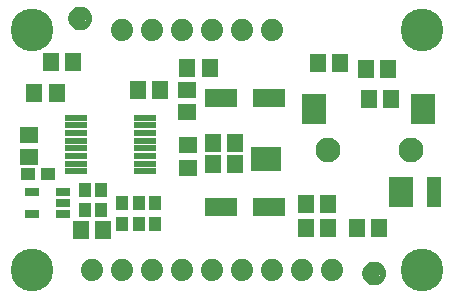
<source format=gbr>
G04 EAGLE Gerber RS-274X export*
G75*
%MOMM*%
%FSLAX34Y34*%
%LPD*%
%INSoldermask Top*%
%IPPOS*%
%AMOC8*
5,1,8,0,0,1.08239X$1,22.5*%
G01*
%ADD10R,1.851600X0.501600*%
%ADD11R,1.341600X1.601600*%
%ADD12C,1.101600*%
%ADD13C,0.500000*%
%ADD14C,3.617600*%
%ADD15R,1.301600X0.651600*%
%ADD16R,1.601600X1.341600*%
%ADD17R,2.101600X2.601600*%
%ADD18R,2.601600X2.101600*%
%ADD19R,1.301600X2.601600*%
%ADD20C,2.101600*%
%ADD21R,2.701600X1.501600*%
%ADD22R,1.401600X1.601600*%
%ADD23R,1.101600X1.176600*%
%ADD24R,1.176600X1.101600*%
%ADD25C,1.879600*%
%ADD26R,1.601600X1.401600*%


D10*
X62240Y154830D03*
X62240Y148330D03*
X62240Y141830D03*
X62240Y135330D03*
X62240Y128830D03*
X62240Y122330D03*
X62240Y115830D03*
X62240Y109330D03*
X120640Y109330D03*
X120640Y115830D03*
X120640Y122330D03*
X120640Y128830D03*
X120640Y135330D03*
X120640Y141830D03*
X120640Y148330D03*
X120640Y154830D03*
D11*
X156870Y196850D03*
X175870Y196850D03*
X60300Y201930D03*
X41300Y201930D03*
X300380Y60960D03*
X319380Y60960D03*
X327000Y195580D03*
X308000Y195580D03*
X276200Y81280D03*
X257200Y81280D03*
X257200Y60960D03*
X276200Y60960D03*
X267360Y200660D03*
X286360Y200660D03*
X310540Y170180D03*
X329540Y170180D03*
X178460Y115570D03*
X197460Y115570D03*
D12*
X66040Y238760D03*
D13*
X66040Y246260D02*
X65859Y246258D01*
X65678Y246251D01*
X65497Y246240D01*
X65316Y246225D01*
X65136Y246205D01*
X64956Y246181D01*
X64777Y246153D01*
X64599Y246120D01*
X64422Y246083D01*
X64245Y246042D01*
X64070Y245997D01*
X63895Y245947D01*
X63722Y245893D01*
X63551Y245835D01*
X63380Y245773D01*
X63212Y245706D01*
X63045Y245636D01*
X62879Y245562D01*
X62716Y245483D01*
X62555Y245401D01*
X62395Y245315D01*
X62238Y245225D01*
X62083Y245131D01*
X61930Y245034D01*
X61780Y244932D01*
X61632Y244828D01*
X61486Y244719D01*
X61344Y244608D01*
X61204Y244492D01*
X61067Y244374D01*
X60932Y244252D01*
X60801Y244127D01*
X60673Y243999D01*
X60548Y243868D01*
X60426Y243733D01*
X60308Y243596D01*
X60192Y243456D01*
X60081Y243314D01*
X59972Y243168D01*
X59868Y243020D01*
X59766Y242870D01*
X59669Y242717D01*
X59575Y242562D01*
X59485Y242405D01*
X59399Y242245D01*
X59317Y242084D01*
X59238Y241921D01*
X59164Y241755D01*
X59094Y241588D01*
X59027Y241420D01*
X58965Y241249D01*
X58907Y241078D01*
X58853Y240905D01*
X58803Y240730D01*
X58758Y240555D01*
X58717Y240378D01*
X58680Y240201D01*
X58647Y240023D01*
X58619Y239844D01*
X58595Y239664D01*
X58575Y239484D01*
X58560Y239303D01*
X58549Y239122D01*
X58542Y238941D01*
X58540Y238760D01*
X66040Y246260D02*
X66221Y246258D01*
X66402Y246251D01*
X66583Y246240D01*
X66764Y246225D01*
X66944Y246205D01*
X67124Y246181D01*
X67303Y246153D01*
X67481Y246120D01*
X67658Y246083D01*
X67835Y246042D01*
X68010Y245997D01*
X68185Y245947D01*
X68358Y245893D01*
X68529Y245835D01*
X68700Y245773D01*
X68868Y245706D01*
X69035Y245636D01*
X69201Y245562D01*
X69364Y245483D01*
X69525Y245401D01*
X69685Y245315D01*
X69842Y245225D01*
X69997Y245131D01*
X70150Y245034D01*
X70300Y244932D01*
X70448Y244828D01*
X70594Y244719D01*
X70736Y244608D01*
X70876Y244492D01*
X71013Y244374D01*
X71148Y244252D01*
X71279Y244127D01*
X71407Y243999D01*
X71532Y243868D01*
X71654Y243733D01*
X71772Y243596D01*
X71888Y243456D01*
X71999Y243314D01*
X72108Y243168D01*
X72212Y243020D01*
X72314Y242870D01*
X72411Y242717D01*
X72505Y242562D01*
X72595Y242405D01*
X72681Y242245D01*
X72763Y242084D01*
X72842Y241921D01*
X72916Y241755D01*
X72986Y241588D01*
X73053Y241420D01*
X73115Y241249D01*
X73173Y241078D01*
X73227Y240905D01*
X73277Y240730D01*
X73322Y240555D01*
X73363Y240378D01*
X73400Y240201D01*
X73433Y240023D01*
X73461Y239844D01*
X73485Y239664D01*
X73505Y239484D01*
X73520Y239303D01*
X73531Y239122D01*
X73538Y238941D01*
X73540Y238760D01*
X73538Y238579D01*
X73531Y238398D01*
X73520Y238217D01*
X73505Y238036D01*
X73485Y237856D01*
X73461Y237676D01*
X73433Y237497D01*
X73400Y237319D01*
X73363Y237142D01*
X73322Y236965D01*
X73277Y236790D01*
X73227Y236615D01*
X73173Y236442D01*
X73115Y236271D01*
X73053Y236100D01*
X72986Y235932D01*
X72916Y235765D01*
X72842Y235599D01*
X72763Y235436D01*
X72681Y235275D01*
X72595Y235115D01*
X72505Y234958D01*
X72411Y234803D01*
X72314Y234650D01*
X72212Y234500D01*
X72108Y234352D01*
X71999Y234206D01*
X71888Y234064D01*
X71772Y233924D01*
X71654Y233787D01*
X71532Y233652D01*
X71407Y233521D01*
X71279Y233393D01*
X71148Y233268D01*
X71013Y233146D01*
X70876Y233028D01*
X70736Y232912D01*
X70594Y232801D01*
X70448Y232692D01*
X70300Y232588D01*
X70150Y232486D01*
X69997Y232389D01*
X69842Y232295D01*
X69685Y232205D01*
X69525Y232119D01*
X69364Y232037D01*
X69201Y231958D01*
X69035Y231884D01*
X68868Y231814D01*
X68700Y231747D01*
X68529Y231685D01*
X68358Y231627D01*
X68185Y231573D01*
X68010Y231523D01*
X67835Y231478D01*
X67658Y231437D01*
X67481Y231400D01*
X67303Y231367D01*
X67124Y231339D01*
X66944Y231315D01*
X66764Y231295D01*
X66583Y231280D01*
X66402Y231269D01*
X66221Y231262D01*
X66040Y231260D01*
X65859Y231262D01*
X65678Y231269D01*
X65497Y231280D01*
X65316Y231295D01*
X65136Y231315D01*
X64956Y231339D01*
X64777Y231367D01*
X64599Y231400D01*
X64422Y231437D01*
X64245Y231478D01*
X64070Y231523D01*
X63895Y231573D01*
X63722Y231627D01*
X63551Y231685D01*
X63380Y231747D01*
X63212Y231814D01*
X63045Y231884D01*
X62879Y231958D01*
X62716Y232037D01*
X62555Y232119D01*
X62395Y232205D01*
X62238Y232295D01*
X62083Y232389D01*
X61930Y232486D01*
X61780Y232588D01*
X61632Y232692D01*
X61486Y232801D01*
X61344Y232912D01*
X61204Y233028D01*
X61067Y233146D01*
X60932Y233268D01*
X60801Y233393D01*
X60673Y233521D01*
X60548Y233652D01*
X60426Y233787D01*
X60308Y233924D01*
X60192Y234064D01*
X60081Y234206D01*
X59972Y234352D01*
X59868Y234500D01*
X59766Y234650D01*
X59669Y234803D01*
X59575Y234958D01*
X59485Y235115D01*
X59399Y235275D01*
X59317Y235436D01*
X59238Y235599D01*
X59164Y235765D01*
X59094Y235932D01*
X59027Y236100D01*
X58965Y236271D01*
X58907Y236442D01*
X58853Y236615D01*
X58803Y236790D01*
X58758Y236965D01*
X58717Y237142D01*
X58680Y237319D01*
X58647Y237497D01*
X58619Y237676D01*
X58595Y237856D01*
X58575Y238036D01*
X58560Y238217D01*
X58549Y238398D01*
X58542Y238579D01*
X58540Y238760D01*
D12*
X314960Y22860D03*
D13*
X314960Y30360D02*
X314779Y30358D01*
X314598Y30351D01*
X314417Y30340D01*
X314236Y30325D01*
X314056Y30305D01*
X313876Y30281D01*
X313697Y30253D01*
X313519Y30220D01*
X313342Y30183D01*
X313165Y30142D01*
X312990Y30097D01*
X312815Y30047D01*
X312642Y29993D01*
X312471Y29935D01*
X312300Y29873D01*
X312132Y29806D01*
X311965Y29736D01*
X311799Y29662D01*
X311636Y29583D01*
X311475Y29501D01*
X311315Y29415D01*
X311158Y29325D01*
X311003Y29231D01*
X310850Y29134D01*
X310700Y29032D01*
X310552Y28928D01*
X310406Y28819D01*
X310264Y28708D01*
X310124Y28592D01*
X309987Y28474D01*
X309852Y28352D01*
X309721Y28227D01*
X309593Y28099D01*
X309468Y27968D01*
X309346Y27833D01*
X309228Y27696D01*
X309112Y27556D01*
X309001Y27414D01*
X308892Y27268D01*
X308788Y27120D01*
X308686Y26970D01*
X308589Y26817D01*
X308495Y26662D01*
X308405Y26505D01*
X308319Y26345D01*
X308237Y26184D01*
X308158Y26021D01*
X308084Y25855D01*
X308014Y25688D01*
X307947Y25520D01*
X307885Y25349D01*
X307827Y25178D01*
X307773Y25005D01*
X307723Y24830D01*
X307678Y24655D01*
X307637Y24478D01*
X307600Y24301D01*
X307567Y24123D01*
X307539Y23944D01*
X307515Y23764D01*
X307495Y23584D01*
X307480Y23403D01*
X307469Y23222D01*
X307462Y23041D01*
X307460Y22860D01*
X314960Y30360D02*
X315141Y30358D01*
X315322Y30351D01*
X315503Y30340D01*
X315684Y30325D01*
X315864Y30305D01*
X316044Y30281D01*
X316223Y30253D01*
X316401Y30220D01*
X316578Y30183D01*
X316755Y30142D01*
X316930Y30097D01*
X317105Y30047D01*
X317278Y29993D01*
X317449Y29935D01*
X317620Y29873D01*
X317788Y29806D01*
X317955Y29736D01*
X318121Y29662D01*
X318284Y29583D01*
X318445Y29501D01*
X318605Y29415D01*
X318762Y29325D01*
X318917Y29231D01*
X319070Y29134D01*
X319220Y29032D01*
X319368Y28928D01*
X319514Y28819D01*
X319656Y28708D01*
X319796Y28592D01*
X319933Y28474D01*
X320068Y28352D01*
X320199Y28227D01*
X320327Y28099D01*
X320452Y27968D01*
X320574Y27833D01*
X320692Y27696D01*
X320808Y27556D01*
X320919Y27414D01*
X321028Y27268D01*
X321132Y27120D01*
X321234Y26970D01*
X321331Y26817D01*
X321425Y26662D01*
X321515Y26505D01*
X321601Y26345D01*
X321683Y26184D01*
X321762Y26021D01*
X321836Y25855D01*
X321906Y25688D01*
X321973Y25520D01*
X322035Y25349D01*
X322093Y25178D01*
X322147Y25005D01*
X322197Y24830D01*
X322242Y24655D01*
X322283Y24478D01*
X322320Y24301D01*
X322353Y24123D01*
X322381Y23944D01*
X322405Y23764D01*
X322425Y23584D01*
X322440Y23403D01*
X322451Y23222D01*
X322458Y23041D01*
X322460Y22860D01*
X322458Y22679D01*
X322451Y22498D01*
X322440Y22317D01*
X322425Y22136D01*
X322405Y21956D01*
X322381Y21776D01*
X322353Y21597D01*
X322320Y21419D01*
X322283Y21242D01*
X322242Y21065D01*
X322197Y20890D01*
X322147Y20715D01*
X322093Y20542D01*
X322035Y20371D01*
X321973Y20200D01*
X321906Y20032D01*
X321836Y19865D01*
X321762Y19699D01*
X321683Y19536D01*
X321601Y19375D01*
X321515Y19215D01*
X321425Y19058D01*
X321331Y18903D01*
X321234Y18750D01*
X321132Y18600D01*
X321028Y18452D01*
X320919Y18306D01*
X320808Y18164D01*
X320692Y18024D01*
X320574Y17887D01*
X320452Y17752D01*
X320327Y17621D01*
X320199Y17493D01*
X320068Y17368D01*
X319933Y17246D01*
X319796Y17128D01*
X319656Y17012D01*
X319514Y16901D01*
X319368Y16792D01*
X319220Y16688D01*
X319070Y16586D01*
X318917Y16489D01*
X318762Y16395D01*
X318605Y16305D01*
X318445Y16219D01*
X318284Y16137D01*
X318121Y16058D01*
X317955Y15984D01*
X317788Y15914D01*
X317620Y15847D01*
X317449Y15785D01*
X317278Y15727D01*
X317105Y15673D01*
X316930Y15623D01*
X316755Y15578D01*
X316578Y15537D01*
X316401Y15500D01*
X316223Y15467D01*
X316044Y15439D01*
X315864Y15415D01*
X315684Y15395D01*
X315503Y15380D01*
X315322Y15369D01*
X315141Y15362D01*
X314960Y15360D01*
X314779Y15362D01*
X314598Y15369D01*
X314417Y15380D01*
X314236Y15395D01*
X314056Y15415D01*
X313876Y15439D01*
X313697Y15467D01*
X313519Y15500D01*
X313342Y15537D01*
X313165Y15578D01*
X312990Y15623D01*
X312815Y15673D01*
X312642Y15727D01*
X312471Y15785D01*
X312300Y15847D01*
X312132Y15914D01*
X311965Y15984D01*
X311799Y16058D01*
X311636Y16137D01*
X311475Y16219D01*
X311315Y16305D01*
X311158Y16395D01*
X311003Y16489D01*
X310850Y16586D01*
X310700Y16688D01*
X310552Y16792D01*
X310406Y16901D01*
X310264Y17012D01*
X310124Y17128D01*
X309987Y17246D01*
X309852Y17368D01*
X309721Y17493D01*
X309593Y17621D01*
X309468Y17752D01*
X309346Y17887D01*
X309228Y18024D01*
X309112Y18164D01*
X309001Y18306D01*
X308892Y18452D01*
X308788Y18600D01*
X308686Y18750D01*
X308589Y18903D01*
X308495Y19058D01*
X308405Y19215D01*
X308319Y19375D01*
X308237Y19536D01*
X308158Y19699D01*
X308084Y19865D01*
X308014Y20032D01*
X307947Y20200D01*
X307885Y20371D01*
X307827Y20542D01*
X307773Y20715D01*
X307723Y20890D01*
X307678Y21065D01*
X307637Y21242D01*
X307600Y21419D01*
X307567Y21597D01*
X307539Y21776D01*
X307515Y21956D01*
X307495Y22136D01*
X307480Y22317D01*
X307469Y22498D01*
X307462Y22679D01*
X307460Y22860D01*
D14*
X25400Y25400D03*
X355600Y25400D03*
X25400Y228600D03*
X355600Y228600D03*
D15*
X51101Y73050D03*
X51101Y82550D03*
X51101Y92050D03*
X25099Y92050D03*
X25099Y73050D03*
D11*
X66700Y59690D03*
X85700Y59690D03*
D16*
X22860Y140310D03*
X22860Y121310D03*
D17*
X356000Y162000D03*
X264000Y162000D03*
D18*
X223000Y119500D03*
D17*
X338000Y92000D03*
D19*
X366000Y92000D03*
D20*
X346000Y127000D03*
X276000Y127000D03*
D21*
X226240Y78740D03*
X185240Y78740D03*
X226240Y171450D03*
X185240Y171450D03*
D16*
X156210Y178410D03*
X156210Y159410D03*
D11*
X46330Y175260D03*
X27330Y175260D03*
X178460Y133350D03*
X197460Y133350D03*
D22*
X133960Y177800D03*
X114960Y177800D03*
D23*
X69850Y76590D03*
X69850Y93590D03*
D24*
X21980Y106680D03*
X38980Y106680D03*
D25*
X76200Y25400D03*
X101600Y25400D03*
X127000Y25400D03*
X152400Y25400D03*
X177800Y25400D03*
X203200Y25400D03*
X228600Y25400D03*
X254000Y25400D03*
X279400Y25400D03*
X101600Y228600D03*
X127000Y228600D03*
X152400Y228600D03*
X177800Y228600D03*
X203200Y228600D03*
X228600Y228600D03*
D26*
X157480Y131420D03*
X157480Y112420D03*
D23*
X115570Y65160D03*
X115570Y82160D03*
X129540Y65160D03*
X129540Y82160D03*
X83820Y76590D03*
X83820Y93590D03*
X101600Y65160D03*
X101600Y82160D03*
M02*

</source>
